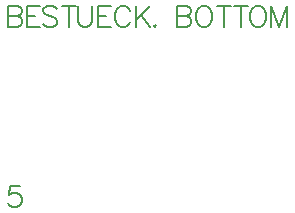
<source format=gbr>
%TF.GenerationSoftware,Altium Limited,Altium Designer,24.8.2 (39)*%
G04 Layer_Color=32896*
%FSLAX45Y45*%
%MOMM*%
%TF.SameCoordinates,AEF890BE-CC7D-4D31-97F1-A5BAF979AF91*%
%TF.FilePolarity,Positive*%
%TF.FileFunction,Legend,Bot*%
%TF.Part,Single*%
G01*
G75*
%TA.AperFunction,NonConductor*%
%ADD10C,0.17780*%
D10*
X26162000Y2412962D02*
Y2235200D01*
Y2412962D02*
X26238184D01*
X26263577Y2404497D01*
X26272043Y2396032D01*
X26280508Y2379102D01*
Y2362173D01*
X26272043Y2345243D01*
X26263577Y2336778D01*
X26238184Y2328313D01*
X26162000D02*
X26238184D01*
X26263577Y2319849D01*
X26272043Y2311384D01*
X26280508Y2294454D01*
Y2269059D01*
X26272043Y2252130D01*
X26263577Y2243665D01*
X26238184Y2235200D01*
X26162000D01*
X26430338Y2412962D02*
X26320294D01*
Y2235200D01*
X26430338D01*
X26320294Y2328313D02*
X26388013D01*
X26578470Y2387567D02*
X26561542Y2404497D01*
X26536148Y2412962D01*
X26502286D01*
X26476892Y2404497D01*
X26459964Y2387567D01*
Y2370638D01*
X26468427Y2353708D01*
X26476892Y2345243D01*
X26493823Y2336778D01*
X26544611Y2319849D01*
X26561542Y2311384D01*
X26570007Y2302919D01*
X26578470Y2285989D01*
Y2260595D01*
X26561542Y2243665D01*
X26536148Y2235200D01*
X26502286D01*
X26476892Y2243665D01*
X26459964Y2260595D01*
X26677509Y2412962D02*
Y2235200D01*
X26618256Y2412962D02*
X26736765D01*
X26757925D02*
Y2285989D01*
X26766391Y2260595D01*
X26783319Y2243665D01*
X26808716Y2235200D01*
X26825644D01*
X26851038Y2243665D01*
X26867969Y2260595D01*
X26876434Y2285989D01*
Y2412962D01*
X27035574D02*
X26925531D01*
Y2235200D01*
X27035574D01*
X26925531Y2328313D02*
X26993250D01*
X27192172Y2370638D02*
X27183707Y2387567D01*
X27166779Y2404497D01*
X27149847Y2412962D01*
X27115988D01*
X27099060Y2404497D01*
X27082129Y2387567D01*
X27073666Y2370638D01*
X27065201Y2345243D01*
Y2302919D01*
X27073666Y2277524D01*
X27082129Y2260595D01*
X27099060Y2243665D01*
X27115988Y2235200D01*
X27149847D01*
X27166779Y2243665D01*
X27183707Y2260595D01*
X27192172Y2277524D01*
X27242114Y2412962D02*
Y2235200D01*
X27360623Y2412962D02*
X27242114Y2294454D01*
X27284439Y2336778D02*
X27360623Y2235200D01*
X27408875Y2252130D02*
X27400409Y2243665D01*
X27408875Y2235200D01*
X27417337Y2243665D01*
X27408875Y2252130D01*
X27595947Y2412962D02*
Y2235200D01*
Y2412962D02*
X27672131D01*
X27697525Y2404497D01*
X27705988Y2396032D01*
X27714453Y2379102D01*
Y2362173D01*
X27705988Y2345243D01*
X27697525Y2336778D01*
X27672131Y2328313D01*
X27595947D02*
X27672131D01*
X27697525Y2319849D01*
X27705988Y2311384D01*
X27714453Y2294454D01*
Y2269059D01*
X27705988Y2252130D01*
X27697525Y2243665D01*
X27672131Y2235200D01*
X27595947D01*
X27805029Y2412962D02*
X27788098Y2404497D01*
X27771167Y2387567D01*
X27762704Y2370638D01*
X27754239Y2345243D01*
Y2302919D01*
X27762704Y2277524D01*
X27771167Y2260595D01*
X27788098Y2243665D01*
X27805029Y2235200D01*
X27838885D01*
X27855817Y2243665D01*
X27872748Y2260595D01*
X27881213Y2277524D01*
X27889676Y2302919D01*
Y2345243D01*
X27881213Y2370638D01*
X27872748Y2387567D01*
X27855817Y2404497D01*
X27838885Y2412962D01*
X27805029D01*
X27990408D02*
Y2235200D01*
X27931155Y2412962D02*
X28049661D01*
X28130078D02*
Y2235200D01*
X28070825Y2412962D02*
X28189331D01*
X28261282D02*
X28244354Y2404497D01*
X28227423Y2387567D01*
X28218958Y2370638D01*
X28210495Y2345243D01*
Y2302919D01*
X28218958Y2277524D01*
X28227423Y2260595D01*
X28244354Y2243665D01*
X28261282Y2235200D01*
X28295142D01*
X28312073Y2243665D01*
X28329001Y2260595D01*
X28337466Y2277524D01*
X28345932Y2302919D01*
Y2345243D01*
X28337466Y2370638D01*
X28329001Y2387567D01*
X28312073Y2404497D01*
X28295142Y2412962D01*
X28261282D01*
X28387411D02*
Y2235200D01*
Y2412962D02*
X28455130Y2235200D01*
X28522849Y2412962D02*
X28455130Y2235200D01*
X28522849Y2412962D02*
Y2235200D01*
X26263577Y888962D02*
X26178931D01*
X26170465Y812778D01*
X26178931Y821243D01*
X26204324Y829708D01*
X26229718D01*
X26255112Y821243D01*
X26272043Y804313D01*
X26280508Y778919D01*
Y761989D01*
X26272043Y736595D01*
X26255112Y719665D01*
X26229718Y711200D01*
X26204324D01*
X26178931Y719665D01*
X26170465Y728130D01*
X26162000Y745059D01*
%TF.MD5,096b76595974b880c6b76a66d063c9f4*%
M02*

</source>
